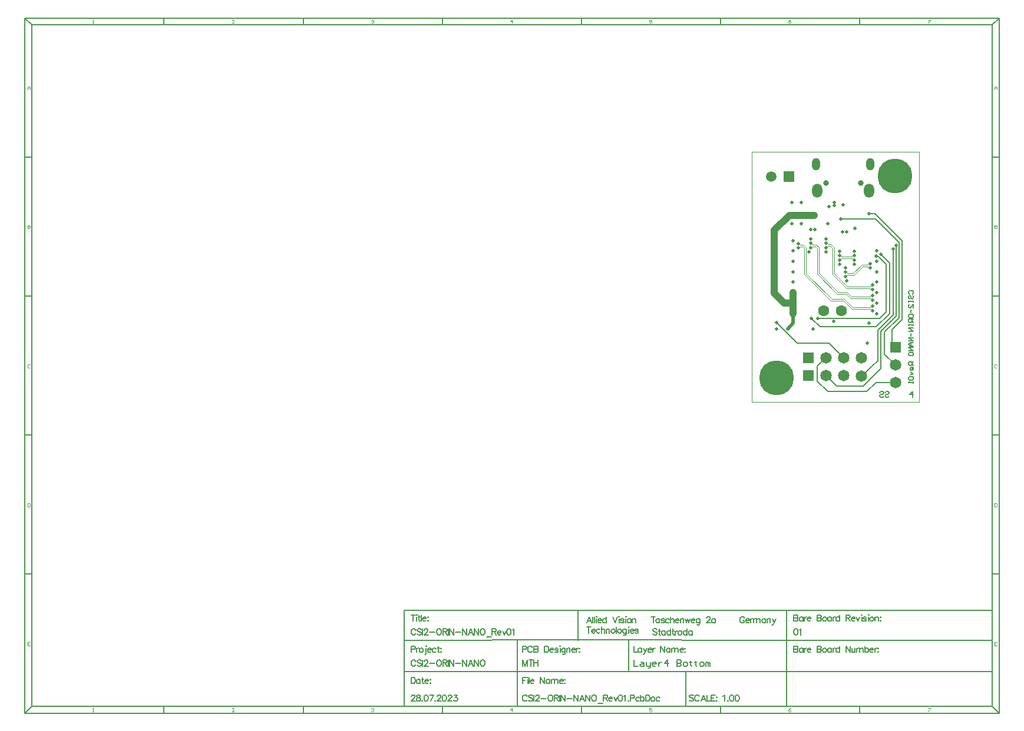
<source format=gbl>
G04*
G04 #@! TF.GenerationSoftware,Altium Limited,Altium Designer,23.7.1 (13)*
G04*
G04 Layer_Physical_Order=4*
G04 Layer_Color=65280*
%FSLAX43Y43*%
%MOMM*%
G71*
G04*
G04 #@! TF.SameCoordinates,B4B51515-0AC6-4D20-8248-00ACB9807E1E*
G04*
G04*
G04 #@! TF.FilePolarity,Positive*
G04*
G01*
G75*
%ADD10C,0.200*%
%ADD11C,0.127*%
%ADD12C,0.025*%
%ADD13C,0.050*%
%ADD41C,1.600*%
%ADD64C,0.800*%
%ADD70C,0.125*%
%ADD72C,0.500*%
%ADD73C,0.150*%
%ADD76R,1.650X1.650*%
%ADD77C,1.650*%
%ADD78O,1.150X1.800*%
%ADD79O,1.450X2.000*%
%ADD80C,5.000*%
%ADD81R,1.650X1.650*%
%ADD82C,1.500*%
%ADD83R,1.500X1.500*%
%ADD84C,0.500*%
%ADD85C,1.000*%
D10*
X3510Y11469D02*
X6463Y8515D01*
X11065D01*
X13180Y6400D01*
X15720Y3775D02*
X15730Y3785D01*
D11*
X-17000Y-37111D02*
Y-38000D01*
X-16408D01*
X-15963Y-37408D02*
X-15667D01*
X-15519Y-37556D01*
Y-38000D01*
X-15963D01*
X-16111Y-37852D01*
X-15963Y-37704D01*
X-15519D01*
X-15223Y-37408D02*
Y-37852D01*
X-15074Y-38000D01*
X-14630D01*
Y-38148D01*
X-14778Y-38296D01*
X-14926D01*
X-14630Y-38000D02*
Y-37408D01*
X-13889Y-38000D02*
X-14186D01*
X-14334Y-37852D01*
Y-37556D01*
X-14186Y-37408D01*
X-13889D01*
X-13741Y-37556D01*
Y-37704D01*
X-14334D01*
X-13445Y-37408D02*
Y-38000D01*
Y-37704D01*
X-13297Y-37556D01*
X-13149Y-37408D01*
X-13001D01*
X-12112Y-38000D02*
Y-37111D01*
X-12556Y-37556D01*
X-11964D01*
X-10779Y-37111D02*
Y-38000D01*
X-10335D01*
X-10187Y-37852D01*
Y-37704D01*
X-10335Y-37556D01*
X-10779D01*
X-10335D01*
X-10187Y-37408D01*
Y-37259D01*
X-10335Y-37111D01*
X-10779D01*
X-9742Y-38000D02*
X-9446D01*
X-9298Y-37852D01*
Y-37556D01*
X-9446Y-37408D01*
X-9742D01*
X-9890Y-37556D01*
Y-37852D01*
X-9742Y-38000D01*
X-8853Y-37259D02*
Y-37408D01*
X-9002D01*
X-8705D01*
X-8853D01*
Y-37852D01*
X-8705Y-38000D01*
X-8113Y-37259D02*
Y-37408D01*
X-8261D01*
X-7965D01*
X-8113D01*
Y-37852D01*
X-7965Y-38000D01*
X-7372D02*
X-7076D01*
X-6928Y-37852D01*
Y-37556D01*
X-7076Y-37408D01*
X-7372D01*
X-7520Y-37556D01*
Y-37852D01*
X-7372Y-38000D01*
X-6632D02*
Y-37408D01*
X-6484D01*
X-6335Y-37556D01*
Y-38000D01*
Y-37556D01*
X-6187Y-37408D01*
X-6039Y-37556D01*
Y-38000D01*
X35500Y-44750D02*
Y55250D01*
X-104500Y-44750D02*
X35500D01*
X-104500D02*
Y55250D01*
X35500D01*
X34500Y-43750D02*
X35500Y-44750D01*
X-9500Y-43750D02*
Y-38750D01*
X12250Y-43750D02*
X34500D01*
X5000D02*
Y-30000D01*
X-33500D02*
X20000D01*
X-49975Y-38725D02*
X-17750Y-38750D01*
X-50000Y-34250D02*
X-24975Y-34225D01*
X5000Y-30000D02*
X34500D01*
X-50000Y-43750D02*
X-33500D01*
X-50000D02*
Y-30000D01*
X-33500D01*
Y-43750D02*
X12250D01*
X-17750Y-38750D02*
X5000D01*
X-24975Y-34225D02*
X5000Y-34250D01*
X-17750Y-38750D02*
Y-34250D01*
X34500Y-43750D02*
X34500Y-30000D01*
X-33750Y-43750D02*
Y-34250D01*
X-25000Y-34250D02*
Y-30000D01*
X5000Y-38750D02*
X34500D01*
X5000Y-34250D02*
X34500D01*
X-103500Y-43750D02*
X-50000D01*
X-103500D02*
Y54250D01*
X34500D01*
Y-30000D02*
Y54250D01*
X-84500Y-44750D02*
Y-43750D01*
X-64500Y-44750D02*
Y-43750D01*
X-44500Y-44750D02*
Y-43750D01*
X-24500Y-44750D02*
Y-43750D01*
X-4500Y-44750D02*
Y-43750D01*
X15500Y-44750D02*
Y-43750D01*
X-104500Y-44750D02*
X-103500Y-43750D01*
X15500Y54250D02*
Y55250D01*
X-4500Y54250D02*
Y55250D01*
X-24500Y54250D02*
Y55250D01*
X-44500Y54250D02*
Y55250D01*
X-64500Y54250D02*
Y55250D01*
X-84500Y54250D02*
Y55250D01*
X-104500Y35250D02*
X-103500D01*
X-104500Y15250D02*
X-103500D01*
X-104500Y-4750D02*
X-103500D01*
X-104500Y-24750D02*
X-103500D01*
X34500Y54250D02*
X35500Y55250D01*
X-104500D02*
X-103500Y54250D01*
X34500Y-24750D02*
X35500D01*
X34500Y-4750D02*
X35500D01*
X34500Y15250D02*
X35500D01*
X34500Y35250D02*
X35500D01*
X-48365Y-37323D02*
X-48407Y-37238D01*
X-48492Y-37154D01*
X-48577Y-37111D01*
X-48746D01*
X-48831Y-37154D01*
X-48915Y-37238D01*
X-48958Y-37323D01*
X-49000Y-37450D01*
Y-37661D01*
X-48958Y-37788D01*
X-48915Y-37873D01*
X-48831Y-37958D01*
X-48746Y-38000D01*
X-48577D01*
X-48492Y-37958D01*
X-48407Y-37873D01*
X-48365Y-37788D01*
X-47523Y-37238D02*
X-47608Y-37154D01*
X-47735Y-37111D01*
X-47904D01*
X-48031Y-37154D01*
X-48115Y-37238D01*
Y-37323D01*
X-48073Y-37407D01*
X-48031Y-37450D01*
X-47946Y-37492D01*
X-47692Y-37577D01*
X-47608Y-37619D01*
X-47565Y-37661D01*
X-47523Y-37746D01*
Y-37873D01*
X-47608Y-37958D01*
X-47735Y-38000D01*
X-47904D01*
X-48031Y-37958D01*
X-48115Y-37873D01*
X-47324Y-37111D02*
Y-38000D01*
X-47095Y-37323D02*
Y-37280D01*
X-47053Y-37196D01*
X-47011Y-37154D01*
X-46926Y-37111D01*
X-46757D01*
X-46672Y-37154D01*
X-46630Y-37196D01*
X-46588Y-37280D01*
Y-37365D01*
X-46630Y-37450D01*
X-46714Y-37577D01*
X-47138Y-38000D01*
X-46545D01*
X-46346Y-37619D02*
X-45584D01*
X-45068Y-37111D02*
X-45153Y-37154D01*
X-45237Y-37238D01*
X-45280Y-37323D01*
X-45322Y-37450D01*
Y-37661D01*
X-45280Y-37788D01*
X-45237Y-37873D01*
X-45153Y-37958D01*
X-45068Y-38000D01*
X-44899D01*
X-44814Y-37958D01*
X-44729Y-37873D01*
X-44687Y-37788D01*
X-44645Y-37661D01*
Y-37450D01*
X-44687Y-37323D01*
X-44729Y-37238D01*
X-44814Y-37154D01*
X-44899Y-37111D01*
X-45068D01*
X-44437D02*
Y-38000D01*
Y-37111D02*
X-44057D01*
X-43930Y-37154D01*
X-43887Y-37196D01*
X-43845Y-37280D01*
Y-37365D01*
X-43887Y-37450D01*
X-43930Y-37492D01*
X-44057Y-37534D01*
X-44437D01*
X-44141D02*
X-43845Y-38000D01*
X-43646Y-37111D02*
Y-38000D01*
X-43460Y-37111D02*
Y-38000D01*
Y-37111D02*
X-42867Y-38000D01*
Y-37111D02*
Y-38000D01*
X-42622Y-37619D02*
X-41860D01*
X-41597Y-37111D02*
Y-38000D01*
Y-37111D02*
X-41005Y-38000D01*
Y-37111D02*
Y-38000D01*
X-40082D02*
X-40421Y-37111D01*
X-40759Y-38000D01*
X-40632Y-37704D02*
X-40209D01*
X-39875Y-37111D02*
Y-38000D01*
Y-37111D02*
X-39282Y-38000D01*
Y-37111D02*
Y-38000D01*
X-38783Y-37111D02*
X-38868Y-37154D01*
X-38952Y-37238D01*
X-38995Y-37323D01*
X-39037Y-37450D01*
Y-37661D01*
X-38995Y-37788D01*
X-38952Y-37873D01*
X-38868Y-37958D01*
X-38783Y-38000D01*
X-38614D01*
X-38529Y-37958D01*
X-38444Y-37873D01*
X-38402Y-37788D01*
X-38360Y-37661D01*
Y-37450D01*
X-38402Y-37323D01*
X-38444Y-37238D01*
X-38529Y-37154D01*
X-38614Y-37111D01*
X-38783D01*
X-49000Y-35577D02*
X-48619D01*
X-48492Y-35534D01*
X-48450Y-35492D01*
X-48407Y-35407D01*
Y-35280D01*
X-48450Y-35196D01*
X-48492Y-35154D01*
X-48619Y-35111D01*
X-49000D01*
Y-36000D01*
X-48209Y-35407D02*
Y-36000D01*
Y-35661D02*
X-48166Y-35534D01*
X-48082Y-35450D01*
X-47997Y-35407D01*
X-47870D01*
X-47578D02*
X-47663Y-35450D01*
X-47747Y-35534D01*
X-47790Y-35661D01*
Y-35746D01*
X-47747Y-35873D01*
X-47663Y-35958D01*
X-47578Y-36000D01*
X-47451D01*
X-47366Y-35958D01*
X-47282Y-35873D01*
X-47239Y-35746D01*
Y-35661D01*
X-47282Y-35534D01*
X-47366Y-35450D01*
X-47451Y-35407D01*
X-47578D01*
X-46875Y-35111D02*
X-46833Y-35154D01*
X-46791Y-35111D01*
X-46833Y-35069D01*
X-46875Y-35111D01*
X-46833Y-35407D02*
Y-36127D01*
X-46875Y-36254D01*
X-46960Y-36296D01*
X-47045D01*
X-46626Y-35661D02*
X-46118D01*
Y-35577D01*
X-46160Y-35492D01*
X-46202Y-35450D01*
X-46287Y-35407D01*
X-46414D01*
X-46499Y-35450D01*
X-46583Y-35534D01*
X-46626Y-35661D01*
Y-35746D01*
X-46583Y-35873D01*
X-46499Y-35958D01*
X-46414Y-36000D01*
X-46287D01*
X-46202Y-35958D01*
X-46118Y-35873D01*
X-45419Y-35534D02*
X-45504Y-35450D01*
X-45589Y-35407D01*
X-45716D01*
X-45800Y-35450D01*
X-45885Y-35534D01*
X-45927Y-35661D01*
Y-35746D01*
X-45885Y-35873D01*
X-45800Y-35958D01*
X-45716Y-36000D01*
X-45589D01*
X-45504Y-35958D01*
X-45419Y-35873D01*
X-45102Y-35111D02*
Y-35831D01*
X-45060Y-35958D01*
X-44975Y-36000D01*
X-44890D01*
X-45229Y-35407D02*
X-44933D01*
X-44721D02*
X-44763Y-35450D01*
X-44721Y-35492D01*
X-44679Y-35450D01*
X-44721Y-35407D01*
Y-35915D02*
X-44763Y-35958D01*
X-44721Y-36000D01*
X-44679Y-35958D01*
X-44721Y-35915D01*
X-17000Y-35111D02*
Y-36000D01*
X-16492D01*
X-15887Y-35407D02*
Y-36000D01*
Y-35534D02*
X-15972Y-35450D01*
X-16056Y-35407D01*
X-16183D01*
X-16268Y-35450D01*
X-16352Y-35534D01*
X-16395Y-35661D01*
Y-35746D01*
X-16352Y-35873D01*
X-16268Y-35958D01*
X-16183Y-36000D01*
X-16056D01*
X-15972Y-35958D01*
X-15887Y-35873D01*
X-15608Y-35407D02*
X-15354Y-36000D01*
X-15100Y-35407D02*
X-15354Y-36000D01*
X-15438Y-36169D01*
X-15523Y-36254D01*
X-15608Y-36296D01*
X-15650D01*
X-14952Y-35661D02*
X-14444D01*
Y-35577D01*
X-14486Y-35492D01*
X-14528Y-35450D01*
X-14613Y-35407D01*
X-14740D01*
X-14825Y-35450D01*
X-14909Y-35534D01*
X-14952Y-35661D01*
Y-35746D01*
X-14909Y-35873D01*
X-14825Y-35958D01*
X-14740Y-36000D01*
X-14613D01*
X-14528Y-35958D01*
X-14444Y-35873D01*
X-14253Y-35407D02*
Y-36000D01*
Y-35661D02*
X-14211Y-35534D01*
X-14126Y-35450D01*
X-14042Y-35407D01*
X-13915D01*
X-13136Y-35111D02*
Y-36000D01*
Y-35111D02*
X-12543Y-36000D01*
Y-35111D02*
Y-36000D01*
X-11790Y-35407D02*
Y-36000D01*
Y-35534D02*
X-11875Y-35450D01*
X-11959Y-35407D01*
X-12086D01*
X-12171Y-35450D01*
X-12255Y-35534D01*
X-12298Y-35661D01*
Y-35746D01*
X-12255Y-35873D01*
X-12171Y-35958D01*
X-12086Y-36000D01*
X-11959D01*
X-11875Y-35958D01*
X-11790Y-35873D01*
X-11553Y-35407D02*
Y-36000D01*
Y-35577D02*
X-11426Y-35450D01*
X-11341Y-35407D01*
X-11214D01*
X-11130Y-35450D01*
X-11087Y-35577D01*
Y-36000D01*
Y-35577D02*
X-10960Y-35450D01*
X-10876Y-35407D01*
X-10749D01*
X-10664Y-35450D01*
X-10622Y-35577D01*
Y-36000D01*
X-10342Y-35661D02*
X-9835D01*
Y-35577D01*
X-9877Y-35492D01*
X-9919Y-35450D01*
X-10004Y-35407D01*
X-10131D01*
X-10215Y-35450D01*
X-10300Y-35534D01*
X-10342Y-35661D01*
Y-35746D01*
X-10300Y-35873D01*
X-10215Y-35958D01*
X-10131Y-36000D01*
X-10004D01*
X-9919Y-35958D01*
X-9835Y-35873D01*
X-9602Y-35407D02*
X-9644Y-35450D01*
X-9602Y-35492D01*
X-9559Y-35450D01*
X-9602Y-35407D01*
Y-35915D02*
X-9644Y-35958D01*
X-9602Y-36000D01*
X-9559Y-35958D01*
X-9602Y-35915D01*
X-8407Y-42238D02*
X-8492Y-42154D01*
X-8619Y-42111D01*
X-8788D01*
X-8915Y-42154D01*
X-9000Y-42238D01*
Y-42323D01*
X-8958Y-42407D01*
X-8915Y-42450D01*
X-8831Y-42492D01*
X-8577Y-42577D01*
X-8492Y-42619D01*
X-8450Y-42661D01*
X-8407Y-42746D01*
Y-42873D01*
X-8492Y-42958D01*
X-8619Y-43000D01*
X-8788D01*
X-8915Y-42958D01*
X-9000Y-42873D01*
X-7574Y-42323D02*
X-7616Y-42238D01*
X-7701Y-42154D01*
X-7785Y-42111D01*
X-7955D01*
X-8039Y-42154D01*
X-8124Y-42238D01*
X-8166Y-42323D01*
X-8209Y-42450D01*
Y-42661D01*
X-8166Y-42788D01*
X-8124Y-42873D01*
X-8039Y-42958D01*
X-7955Y-43000D01*
X-7785D01*
X-7701Y-42958D01*
X-7616Y-42873D01*
X-7574Y-42788D01*
X-6647Y-43000D02*
X-6985Y-42111D01*
X-7324Y-43000D01*
X-7197Y-42704D02*
X-6774D01*
X-6439Y-42111D02*
Y-43000D01*
X-5931D01*
X-5284Y-42111D02*
X-5834D01*
Y-43000D01*
X-5284D01*
X-5834Y-42534D02*
X-5496D01*
X-5093Y-42407D02*
X-5136Y-42450D01*
X-5093Y-42492D01*
X-5051Y-42450D01*
X-5093Y-42407D01*
Y-42915D02*
X-5136Y-42958D01*
X-5093Y-43000D01*
X-5051Y-42958D01*
X-5093Y-42915D01*
X-4158Y-42280D02*
X-4073Y-42238D01*
X-3946Y-42111D01*
Y-43000D01*
X-3464Y-42915D02*
X-3506Y-42958D01*
X-3464Y-43000D01*
X-3422Y-42958D01*
X-3464Y-42915D01*
X-2973Y-42111D02*
X-3100Y-42154D01*
X-3185Y-42280D01*
X-3227Y-42492D01*
Y-42619D01*
X-3185Y-42831D01*
X-3100Y-42958D01*
X-2973Y-43000D01*
X-2888D01*
X-2761Y-42958D01*
X-2677Y-42831D01*
X-2634Y-42619D01*
Y-42492D01*
X-2677Y-42280D01*
X-2761Y-42154D01*
X-2888Y-42111D01*
X-2973D01*
X-2182D02*
X-2309Y-42154D01*
X-2393Y-42280D01*
X-2436Y-42492D01*
Y-42619D01*
X-2393Y-42831D01*
X-2309Y-42958D01*
X-2182Y-43000D01*
X-2097D01*
X-1970Y-42958D01*
X-1885Y-42831D01*
X-1843Y-42619D01*
Y-42492D01*
X-1885Y-42280D01*
X-1970Y-42154D01*
X-2097Y-42111D01*
X-2182D01*
X-1115Y-31073D02*
X-1157Y-30988D01*
X-1242Y-30904D01*
X-1327Y-30861D01*
X-1496D01*
X-1581Y-30904D01*
X-1665Y-30988D01*
X-1708Y-31073D01*
X-1750Y-31200D01*
Y-31411D01*
X-1708Y-31538D01*
X-1665Y-31623D01*
X-1581Y-31708D01*
X-1496Y-31750D01*
X-1327D01*
X-1242Y-31708D01*
X-1157Y-31623D01*
X-1115Y-31538D01*
Y-31411D01*
X-1327D02*
X-1115D01*
X-912D02*
X-404D01*
Y-31327D01*
X-446Y-31242D01*
X-489Y-31200D01*
X-573Y-31157D01*
X-700D01*
X-785Y-31200D01*
X-870Y-31284D01*
X-912Y-31411D01*
Y-31496D01*
X-870Y-31623D01*
X-785Y-31708D01*
X-700Y-31750D01*
X-573D01*
X-489Y-31708D01*
X-404Y-31623D01*
X-214Y-31157D02*
Y-31750D01*
Y-31411D02*
X-171Y-31284D01*
X-87Y-31200D01*
X-2Y-31157D01*
X125D01*
X205D02*
Y-31750D01*
Y-31327D02*
X332Y-31200D01*
X417Y-31157D01*
X544D01*
X629Y-31200D01*
X671Y-31327D01*
Y-31750D01*
Y-31327D02*
X798Y-31200D01*
X883Y-31157D01*
X1010D01*
X1094Y-31200D01*
X1137Y-31327D01*
Y-31750D01*
X1924Y-31157D02*
Y-31750D01*
Y-31284D02*
X1839Y-31200D01*
X1754Y-31157D01*
X1627D01*
X1543Y-31200D01*
X1458Y-31284D01*
X1416Y-31411D01*
Y-31496D01*
X1458Y-31623D01*
X1543Y-31708D01*
X1627Y-31750D01*
X1754D01*
X1839Y-31708D01*
X1924Y-31623D01*
X2161Y-31157D02*
Y-31750D01*
Y-31327D02*
X2288Y-31200D01*
X2372Y-31157D01*
X2499D01*
X2584Y-31200D01*
X2626Y-31327D01*
Y-31750D01*
X2901Y-31157D02*
X3155Y-31750D01*
X3409Y-31157D02*
X3155Y-31750D01*
X3071Y-31919D01*
X2986Y-32004D01*
X2901Y-32046D01*
X2859D01*
X-13657Y-32738D02*
X-13742Y-32654D01*
X-13869Y-32611D01*
X-14038D01*
X-14165Y-32654D01*
X-14250Y-32738D01*
Y-32823D01*
X-14208Y-32907D01*
X-14165Y-32950D01*
X-14081Y-32992D01*
X-13827Y-33077D01*
X-13742Y-33119D01*
X-13700Y-33161D01*
X-13657Y-33246D01*
Y-33373D01*
X-13742Y-33458D01*
X-13869Y-33500D01*
X-14038D01*
X-14165Y-33458D01*
X-14250Y-33373D01*
X-13332Y-32611D02*
Y-33331D01*
X-13289Y-33458D01*
X-13205Y-33500D01*
X-13120D01*
X-13459Y-32907D02*
X-13162D01*
X-12485D02*
Y-33500D01*
Y-33034D02*
X-12570Y-32950D01*
X-12654Y-32907D01*
X-12781D01*
X-12866Y-32950D01*
X-12951Y-33034D01*
X-12993Y-33161D01*
Y-33246D01*
X-12951Y-33373D01*
X-12866Y-33458D01*
X-12781Y-33500D01*
X-12654D01*
X-12570Y-33458D01*
X-12485Y-33373D01*
X-11740Y-32611D02*
Y-33500D01*
Y-33034D02*
X-11825Y-32950D01*
X-11909Y-32907D01*
X-12036D01*
X-12121Y-32950D01*
X-12206Y-33034D01*
X-12248Y-33161D01*
Y-33246D01*
X-12206Y-33373D01*
X-12121Y-33458D01*
X-12036Y-33500D01*
X-11909D01*
X-11825Y-33458D01*
X-11740Y-33373D01*
X-11376Y-32611D02*
Y-33331D01*
X-11334Y-33458D01*
X-11249Y-33500D01*
X-11165D01*
X-11503Y-32907D02*
X-11207D01*
X-11038D02*
Y-33500D01*
Y-33161D02*
X-10995Y-33034D01*
X-10911Y-32950D01*
X-10826Y-32907D01*
X-10699D01*
X-10407D02*
X-10492Y-32950D01*
X-10576Y-33034D01*
X-10619Y-33161D01*
Y-33246D01*
X-10576Y-33373D01*
X-10492Y-33458D01*
X-10407Y-33500D01*
X-10280D01*
X-10195Y-33458D01*
X-10111Y-33373D01*
X-10068Y-33246D01*
Y-33161D01*
X-10111Y-33034D01*
X-10195Y-32950D01*
X-10280Y-32907D01*
X-10407D01*
X-9366Y-32611D02*
Y-33500D01*
Y-33034D02*
X-9450Y-32950D01*
X-9535Y-32907D01*
X-9662D01*
X-9747Y-32950D01*
X-9831Y-33034D01*
X-9874Y-33161D01*
Y-33246D01*
X-9831Y-33373D01*
X-9747Y-33458D01*
X-9662Y-33500D01*
X-9535D01*
X-9450Y-33458D01*
X-9366Y-33373D01*
X-8621Y-32907D02*
Y-33500D01*
Y-33034D02*
X-8706Y-32950D01*
X-8790Y-32907D01*
X-8917D01*
X-9002Y-32950D01*
X-9086Y-33034D01*
X-9129Y-33161D01*
Y-33246D01*
X-9086Y-33373D01*
X-9002Y-33458D01*
X-8917Y-33500D01*
X-8790D01*
X-8706Y-33458D01*
X-8621Y-33373D01*
X-14204Y-30861D02*
Y-31750D01*
X-14500Y-30861D02*
X-13907D01*
X-13294Y-31157D02*
Y-31750D01*
Y-31284D02*
X-13378Y-31200D01*
X-13463Y-31157D01*
X-13590D01*
X-13675Y-31200D01*
X-13759Y-31284D01*
X-13802Y-31411D01*
Y-31496D01*
X-13759Y-31623D01*
X-13675Y-31708D01*
X-13590Y-31750D01*
X-13463D01*
X-13378Y-31708D01*
X-13294Y-31623D01*
X-12591Y-31284D02*
X-12634Y-31200D01*
X-12760Y-31157D01*
X-12887D01*
X-13014Y-31200D01*
X-13057Y-31284D01*
X-13014Y-31369D01*
X-12930Y-31411D01*
X-12718Y-31454D01*
X-12634Y-31496D01*
X-12591Y-31581D01*
Y-31623D01*
X-12634Y-31708D01*
X-12760Y-31750D01*
X-12887D01*
X-13014Y-31708D01*
X-13057Y-31623D01*
X-11897Y-31284D02*
X-11982Y-31200D01*
X-12066Y-31157D01*
X-12193D01*
X-12278Y-31200D01*
X-12363Y-31284D01*
X-12405Y-31411D01*
Y-31496D01*
X-12363Y-31623D01*
X-12278Y-31708D01*
X-12193Y-31750D01*
X-12066D01*
X-11982Y-31708D01*
X-11897Y-31623D01*
X-11707Y-30861D02*
Y-31750D01*
Y-31327D02*
X-11580Y-31200D01*
X-11495Y-31157D01*
X-11368D01*
X-11283Y-31200D01*
X-11241Y-31327D01*
Y-31750D01*
X-11008Y-31411D02*
X-10500D01*
Y-31327D01*
X-10543Y-31242D01*
X-10585Y-31200D01*
X-10670Y-31157D01*
X-10797D01*
X-10881Y-31200D01*
X-10966Y-31284D01*
X-11008Y-31411D01*
Y-31496D01*
X-10966Y-31623D01*
X-10881Y-31708D01*
X-10797Y-31750D01*
X-10670D01*
X-10585Y-31708D01*
X-10500Y-31623D01*
X-10310Y-31157D02*
Y-31750D01*
Y-31327D02*
X-10183Y-31200D01*
X-10098Y-31157D01*
X-9971D01*
X-9887Y-31200D01*
X-9844Y-31327D01*
Y-31750D01*
X-9612Y-31157D02*
X-9442Y-31750D01*
X-9273Y-31157D02*
X-9442Y-31750D01*
X-9273Y-31157D02*
X-9104Y-31750D01*
X-8934Y-31157D02*
X-9104Y-31750D01*
X-8727Y-31411D02*
X-8219D01*
Y-31327D01*
X-8261Y-31242D01*
X-8304Y-31200D01*
X-8388Y-31157D01*
X-8515D01*
X-8600Y-31200D01*
X-8685Y-31284D01*
X-8727Y-31411D01*
Y-31496D01*
X-8685Y-31623D01*
X-8600Y-31708D01*
X-8515Y-31750D01*
X-8388D01*
X-8304Y-31708D01*
X-8219Y-31623D01*
X-7521Y-31157D02*
Y-31835D01*
X-7563Y-31962D01*
X-7605Y-32004D01*
X-7690Y-32046D01*
X-7817D01*
X-7902Y-32004D01*
X-7521Y-31284D02*
X-7605Y-31200D01*
X-7690Y-31157D01*
X-7817D01*
X-7902Y-31200D01*
X-7986Y-31284D01*
X-8029Y-31411D01*
Y-31496D01*
X-7986Y-31623D01*
X-7902Y-31708D01*
X-7817Y-31750D01*
X-7690D01*
X-7605Y-31708D01*
X-7521Y-31623D01*
X-6543Y-31073D02*
Y-31030D01*
X-6501Y-30946D01*
X-6458Y-30904D01*
X-6374Y-30861D01*
X-6204D01*
X-6120Y-30904D01*
X-6077Y-30946D01*
X-6035Y-31030D01*
Y-31115D01*
X-6077Y-31200D01*
X-6162Y-31327D01*
X-6585Y-31750D01*
X-5993D01*
X-5286Y-31157D02*
Y-31750D01*
Y-31284D02*
X-5371Y-31200D01*
X-5455Y-31157D01*
X-5582D01*
X-5667Y-31200D01*
X-5752Y-31284D01*
X-5794Y-31411D01*
Y-31496D01*
X-5752Y-31623D01*
X-5667Y-31708D01*
X-5582Y-31750D01*
X-5455D01*
X-5371Y-31708D01*
X-5286Y-31623D01*
X-23073Y-31750D02*
X-23411Y-30861D01*
X-23750Y-31750D01*
X-23623Y-31454D02*
X-23200D01*
X-22865Y-30861D02*
Y-31750D01*
X-22679Y-30861D02*
Y-31750D01*
X-22408Y-30861D02*
X-22366Y-30904D01*
X-22324Y-30861D01*
X-22366Y-30819D01*
X-22408Y-30861D01*
X-22366Y-31157D02*
Y-31750D01*
X-22167Y-31411D02*
X-21659D01*
Y-31327D01*
X-21701Y-31242D01*
X-21744Y-31200D01*
X-21828Y-31157D01*
X-21955D01*
X-22040Y-31200D01*
X-22125Y-31284D01*
X-22167Y-31411D01*
Y-31496D01*
X-22125Y-31623D01*
X-22040Y-31708D01*
X-21955Y-31750D01*
X-21828D01*
X-21744Y-31708D01*
X-21659Y-31623D01*
X-20961Y-30861D02*
Y-31750D01*
Y-31284D02*
X-21045Y-31200D01*
X-21130Y-31157D01*
X-21257D01*
X-21342Y-31200D01*
X-21426Y-31284D01*
X-21469Y-31411D01*
Y-31496D01*
X-21426Y-31623D01*
X-21342Y-31708D01*
X-21257Y-31750D01*
X-21130D01*
X-21045Y-31708D01*
X-20961Y-31623D01*
X-20025Y-30861D02*
X-19687Y-31750D01*
X-19348Y-30861D02*
X-19687Y-31750D01*
X-19149Y-30861D02*
X-19107Y-30904D01*
X-19065Y-30861D01*
X-19107Y-30819D01*
X-19149Y-30861D01*
X-19107Y-31157D02*
Y-31750D01*
X-18443Y-31284D02*
X-18485Y-31200D01*
X-18612Y-31157D01*
X-18739D01*
X-18866Y-31200D01*
X-18908Y-31284D01*
X-18866Y-31369D01*
X-18781Y-31411D01*
X-18570Y-31454D01*
X-18485Y-31496D01*
X-18443Y-31581D01*
Y-31623D01*
X-18485Y-31708D01*
X-18612Y-31750D01*
X-18739D01*
X-18866Y-31708D01*
X-18908Y-31623D01*
X-18172Y-30861D02*
X-18129Y-30904D01*
X-18087Y-30861D01*
X-18129Y-30819D01*
X-18172Y-30861D01*
X-18129Y-31157D02*
Y-31750D01*
X-17719Y-31157D02*
X-17803Y-31200D01*
X-17888Y-31284D01*
X-17930Y-31411D01*
Y-31496D01*
X-17888Y-31623D01*
X-17803Y-31708D01*
X-17719Y-31750D01*
X-17592D01*
X-17507Y-31708D01*
X-17423Y-31623D01*
X-17380Y-31496D01*
Y-31411D01*
X-17423Y-31284D01*
X-17507Y-31200D01*
X-17592Y-31157D01*
X-17719D01*
X-17185D02*
Y-31750D01*
Y-31327D02*
X-17059Y-31200D01*
X-16974Y-31157D01*
X-16847D01*
X-16762Y-31200D01*
X-16720Y-31327D01*
Y-31750D01*
X-48958Y-42323D02*
Y-42280D01*
X-48915Y-42196D01*
X-48873Y-42154D01*
X-48788Y-42111D01*
X-48619D01*
X-48534Y-42154D01*
X-48492Y-42196D01*
X-48450Y-42280D01*
Y-42365D01*
X-48492Y-42450D01*
X-48577Y-42577D01*
X-49000Y-43000D01*
X-48407D01*
X-47997Y-42111D02*
X-48124Y-42154D01*
X-48166Y-42238D01*
Y-42323D01*
X-48124Y-42407D01*
X-48039Y-42450D01*
X-47870Y-42492D01*
X-47743Y-42534D01*
X-47658Y-42619D01*
X-47616Y-42704D01*
Y-42831D01*
X-47658Y-42915D01*
X-47701Y-42958D01*
X-47828Y-43000D01*
X-47997D01*
X-48124Y-42958D01*
X-48166Y-42915D01*
X-48209Y-42831D01*
Y-42704D01*
X-48166Y-42619D01*
X-48082Y-42534D01*
X-47955Y-42492D01*
X-47785Y-42450D01*
X-47701Y-42407D01*
X-47658Y-42323D01*
Y-42238D01*
X-47701Y-42154D01*
X-47828Y-42111D01*
X-47997D01*
X-47375Y-42915D02*
X-47417Y-42958D01*
X-47375Y-43000D01*
X-47332Y-42958D01*
X-47375Y-42915D01*
X-46884Y-42111D02*
X-47011Y-42154D01*
X-47095Y-42280D01*
X-47138Y-42492D01*
Y-42619D01*
X-47095Y-42831D01*
X-47011Y-42958D01*
X-46884Y-43000D01*
X-46799D01*
X-46672Y-42958D01*
X-46588Y-42831D01*
X-46545Y-42619D01*
Y-42492D01*
X-46588Y-42280D01*
X-46672Y-42154D01*
X-46799Y-42111D01*
X-46884D01*
X-45754D02*
X-46177Y-43000D01*
X-46346Y-42111D02*
X-45754D01*
X-45512Y-42915D02*
X-45555Y-42958D01*
X-45512Y-43000D01*
X-45470Y-42958D01*
X-45512Y-42915D01*
X-45233Y-42323D02*
Y-42280D01*
X-45191Y-42196D01*
X-45148Y-42154D01*
X-45064Y-42111D01*
X-44895D01*
X-44810Y-42154D01*
X-44768Y-42196D01*
X-44725Y-42280D01*
Y-42365D01*
X-44768Y-42450D01*
X-44852Y-42577D01*
X-45275Y-43000D01*
X-44683D01*
X-44230Y-42111D02*
X-44357Y-42154D01*
X-44442Y-42280D01*
X-44484Y-42492D01*
Y-42619D01*
X-44442Y-42831D01*
X-44357Y-42958D01*
X-44230Y-43000D01*
X-44145D01*
X-44018Y-42958D01*
X-43934Y-42831D01*
X-43891Y-42619D01*
Y-42492D01*
X-43934Y-42280D01*
X-44018Y-42154D01*
X-44145Y-42111D01*
X-44230D01*
X-43650Y-42323D02*
Y-42280D01*
X-43608Y-42196D01*
X-43566Y-42154D01*
X-43481Y-42111D01*
X-43312D01*
X-43227Y-42154D01*
X-43185Y-42196D01*
X-43142Y-42280D01*
Y-42365D01*
X-43185Y-42450D01*
X-43269Y-42577D01*
X-43693Y-43000D01*
X-43100D01*
X-42816Y-42111D02*
X-42351D01*
X-42605Y-42450D01*
X-42478D01*
X-42393Y-42492D01*
X-42351Y-42534D01*
X-42309Y-42661D01*
Y-42746D01*
X-42351Y-42873D01*
X-42436Y-42958D01*
X-42562Y-43000D01*
X-42689D01*
X-42816Y-42958D01*
X-42859Y-42915D01*
X-42901Y-42831D01*
X-49000Y-39611D02*
Y-40500D01*
Y-39611D02*
X-48704D01*
X-48577Y-39654D01*
X-48492Y-39738D01*
X-48450Y-39823D01*
X-48407Y-39950D01*
Y-40161D01*
X-48450Y-40288D01*
X-48492Y-40373D01*
X-48577Y-40458D01*
X-48704Y-40500D01*
X-49000D01*
X-47701Y-39907D02*
Y-40500D01*
Y-40034D02*
X-47785Y-39950D01*
X-47870Y-39907D01*
X-47997D01*
X-48082Y-39950D01*
X-48166Y-40034D01*
X-48209Y-40161D01*
Y-40246D01*
X-48166Y-40373D01*
X-48082Y-40458D01*
X-47997Y-40500D01*
X-47870D01*
X-47785Y-40458D01*
X-47701Y-40373D01*
X-47337Y-39611D02*
Y-40331D01*
X-47294Y-40458D01*
X-47210Y-40500D01*
X-47125D01*
X-47464Y-39907D02*
X-47167D01*
X-46998Y-40161D02*
X-46490D01*
Y-40077D01*
X-46533Y-39992D01*
X-46575Y-39950D01*
X-46659Y-39907D01*
X-46786D01*
X-46871Y-39950D01*
X-46956Y-40034D01*
X-46998Y-40161D01*
Y-40246D01*
X-46956Y-40373D01*
X-46871Y-40458D01*
X-46786Y-40500D01*
X-46659D01*
X-46575Y-40458D01*
X-46490Y-40373D01*
X-46257Y-39907D02*
X-46300Y-39950D01*
X-46257Y-39992D01*
X-46215Y-39950D01*
X-46257Y-39907D01*
Y-40415D02*
X-46300Y-40458D01*
X-46257Y-40500D01*
X-46215Y-40458D01*
X-46257Y-40415D01*
X-32365Y-42323D02*
X-32407Y-42238D01*
X-32492Y-42154D01*
X-32577Y-42111D01*
X-32746D01*
X-32831Y-42154D01*
X-32915Y-42238D01*
X-32958Y-42323D01*
X-33000Y-42450D01*
Y-42661D01*
X-32958Y-42788D01*
X-32915Y-42873D01*
X-32831Y-42958D01*
X-32746Y-43000D01*
X-32577D01*
X-32492Y-42958D01*
X-32407Y-42873D01*
X-32365Y-42788D01*
X-31523Y-42238D02*
X-31608Y-42154D01*
X-31735Y-42111D01*
X-31904D01*
X-32031Y-42154D01*
X-32115Y-42238D01*
Y-42323D01*
X-32073Y-42407D01*
X-32031Y-42450D01*
X-31946Y-42492D01*
X-31692Y-42577D01*
X-31608Y-42619D01*
X-31565Y-42661D01*
X-31523Y-42746D01*
Y-42873D01*
X-31608Y-42958D01*
X-31735Y-43000D01*
X-31904D01*
X-32031Y-42958D01*
X-32115Y-42873D01*
X-31324Y-42111D02*
Y-43000D01*
X-31095Y-42323D02*
Y-42280D01*
X-31053Y-42196D01*
X-31011Y-42154D01*
X-30926Y-42111D01*
X-30757D01*
X-30672Y-42154D01*
X-30630Y-42196D01*
X-30588Y-42280D01*
Y-42365D01*
X-30630Y-42450D01*
X-30714Y-42577D01*
X-31138Y-43000D01*
X-30545D01*
X-30346Y-42619D02*
X-29584D01*
X-29068Y-42111D02*
X-29153Y-42154D01*
X-29237Y-42238D01*
X-29280Y-42323D01*
X-29322Y-42450D01*
Y-42661D01*
X-29280Y-42788D01*
X-29237Y-42873D01*
X-29153Y-42958D01*
X-29068Y-43000D01*
X-28899D01*
X-28814Y-42958D01*
X-28729Y-42873D01*
X-28687Y-42788D01*
X-28645Y-42661D01*
Y-42450D01*
X-28687Y-42323D01*
X-28729Y-42238D01*
X-28814Y-42154D01*
X-28899Y-42111D01*
X-29068D01*
X-28437D02*
Y-43000D01*
Y-42111D02*
X-28057D01*
X-27930Y-42154D01*
X-27887Y-42196D01*
X-27845Y-42280D01*
Y-42365D01*
X-27887Y-42450D01*
X-27930Y-42492D01*
X-28057Y-42534D01*
X-28437D01*
X-28141D02*
X-27845Y-43000D01*
X-27646Y-42111D02*
Y-43000D01*
X-27460Y-42111D02*
Y-43000D01*
Y-42111D02*
X-26867Y-43000D01*
Y-42111D02*
Y-43000D01*
X-26622Y-42619D02*
X-25860D01*
X-25597Y-42111D02*
Y-43000D01*
Y-42111D02*
X-25005Y-43000D01*
Y-42111D02*
Y-43000D01*
X-24082D02*
X-24421Y-42111D01*
X-24759Y-43000D01*
X-24632Y-42704D02*
X-24209D01*
X-23875Y-42111D02*
Y-43000D01*
Y-42111D02*
X-23282Y-43000D01*
Y-42111D02*
Y-43000D01*
X-22783Y-42111D02*
X-22868Y-42154D01*
X-22952Y-42238D01*
X-22995Y-42323D01*
X-23037Y-42450D01*
Y-42661D01*
X-22995Y-42788D01*
X-22952Y-42873D01*
X-22868Y-42958D01*
X-22783Y-43000D01*
X-22614D01*
X-22529Y-42958D01*
X-22444Y-42873D01*
X-22402Y-42788D01*
X-22360Y-42661D01*
Y-42450D01*
X-22402Y-42323D01*
X-22444Y-42238D01*
X-22529Y-42154D01*
X-22614Y-42111D01*
X-22783D01*
X-22152Y-43296D02*
X-21475D01*
X-21361Y-42111D02*
Y-43000D01*
Y-42111D02*
X-20980D01*
X-20853Y-42154D01*
X-20811Y-42196D01*
X-20768Y-42280D01*
Y-42365D01*
X-20811Y-42450D01*
X-20853Y-42492D01*
X-20980Y-42534D01*
X-21361D01*
X-21065D02*
X-20768Y-43000D01*
X-20569Y-42661D02*
X-20061D01*
Y-42577D01*
X-20104Y-42492D01*
X-20146Y-42450D01*
X-20231Y-42407D01*
X-20358D01*
X-20442Y-42450D01*
X-20527Y-42534D01*
X-20569Y-42661D01*
Y-42746D01*
X-20527Y-42873D01*
X-20442Y-42958D01*
X-20358Y-43000D01*
X-20231D01*
X-20146Y-42958D01*
X-20061Y-42873D01*
X-19871Y-42407D02*
X-19617Y-43000D01*
X-19363Y-42407D02*
X-19617Y-43000D01*
X-18965Y-42111D02*
X-19092Y-42154D01*
X-19177Y-42280D01*
X-19219Y-42492D01*
Y-42619D01*
X-19177Y-42831D01*
X-19092Y-42958D01*
X-18965Y-43000D01*
X-18881D01*
X-18754Y-42958D01*
X-18669Y-42831D01*
X-18627Y-42619D01*
Y-42492D01*
X-18669Y-42280D01*
X-18754Y-42154D01*
X-18881Y-42111D01*
X-18965D01*
X-18428Y-42280D02*
X-18343Y-42238D01*
X-18216Y-42111D01*
Y-43000D01*
X-17734Y-42915D02*
X-17776Y-42958D01*
X-17734Y-43000D01*
X-17691Y-42958D01*
X-17734Y-42915D01*
X-17497Y-42577D02*
X-17116D01*
X-16989Y-42534D01*
X-16946Y-42492D01*
X-16904Y-42407D01*
Y-42280D01*
X-16946Y-42196D01*
X-16989Y-42154D01*
X-17116Y-42111D01*
X-17497D01*
Y-43000D01*
X-16197Y-42534D02*
X-16282Y-42450D01*
X-16367Y-42407D01*
X-16494D01*
X-16578Y-42450D01*
X-16663Y-42534D01*
X-16705Y-42661D01*
Y-42746D01*
X-16663Y-42873D01*
X-16578Y-42958D01*
X-16494Y-43000D01*
X-16367D01*
X-16282Y-42958D01*
X-16197Y-42873D01*
X-16007Y-42111D02*
Y-43000D01*
Y-42534D02*
X-15922Y-42450D01*
X-15838Y-42407D01*
X-15711D01*
X-15626Y-42450D01*
X-15541Y-42534D01*
X-15499Y-42661D01*
Y-42746D01*
X-15541Y-42873D01*
X-15626Y-42958D01*
X-15711Y-43000D01*
X-15838D01*
X-15922Y-42958D01*
X-16007Y-42873D01*
X-15308Y-42111D02*
Y-43000D01*
Y-42111D02*
X-15012D01*
X-14885Y-42154D01*
X-14801Y-42238D01*
X-14758Y-42323D01*
X-14716Y-42450D01*
Y-42661D01*
X-14758Y-42788D01*
X-14801Y-42873D01*
X-14885Y-42958D01*
X-15012Y-43000D01*
X-15308D01*
X-14305Y-42407D02*
X-14390Y-42450D01*
X-14475Y-42534D01*
X-14517Y-42661D01*
Y-42746D01*
X-14475Y-42873D01*
X-14390Y-42958D01*
X-14305Y-43000D01*
X-14178D01*
X-14094Y-42958D01*
X-14009Y-42873D01*
X-13967Y-42746D01*
Y-42661D01*
X-14009Y-42534D01*
X-14094Y-42450D01*
X-14178Y-42407D01*
X-14305D01*
X-13264Y-42534D02*
X-13349Y-42450D01*
X-13433Y-42407D01*
X-13560D01*
X-13645Y-42450D01*
X-13730Y-42534D01*
X-13772Y-42661D01*
Y-42746D01*
X-13730Y-42873D01*
X-13645Y-42958D01*
X-13560Y-43000D01*
X-13433D01*
X-13349Y-42958D01*
X-13264Y-42873D01*
X-48704Y-30611D02*
Y-31500D01*
X-49000Y-30611D02*
X-48407D01*
X-48217D02*
X-48175Y-30654D01*
X-48132Y-30611D01*
X-48175Y-30569D01*
X-48217Y-30611D01*
X-48175Y-30907D02*
Y-31500D01*
X-47849Y-30611D02*
Y-31331D01*
X-47806Y-31458D01*
X-47722Y-31500D01*
X-47637D01*
X-47976Y-30907D02*
X-47679D01*
X-47510Y-30611D02*
Y-31500D01*
X-47324Y-31161D02*
X-46816D01*
Y-31077D01*
X-46858Y-30992D01*
X-46901Y-30950D01*
X-46985Y-30907D01*
X-47112D01*
X-47197Y-30950D01*
X-47282Y-31034D01*
X-47324Y-31161D01*
Y-31246D01*
X-47282Y-31373D01*
X-47197Y-31458D01*
X-47112Y-31500D01*
X-46985D01*
X-46901Y-31458D01*
X-46816Y-31373D01*
X-46583Y-30907D02*
X-46626Y-30950D01*
X-46583Y-30992D01*
X-46541Y-30950D01*
X-46583Y-30907D01*
Y-31415D02*
X-46626Y-31458D01*
X-46583Y-31500D01*
X-46541Y-31458D01*
X-46583Y-31415D01*
X-33000Y-35577D02*
X-32619D01*
X-32492Y-35534D01*
X-32450Y-35492D01*
X-32407Y-35407D01*
Y-35280D01*
X-32450Y-35196D01*
X-32492Y-35154D01*
X-32619Y-35111D01*
X-33000D01*
Y-36000D01*
X-31574Y-35323D02*
X-31616Y-35238D01*
X-31701Y-35154D01*
X-31785Y-35111D01*
X-31955D01*
X-32039Y-35154D01*
X-32124Y-35238D01*
X-32166Y-35323D01*
X-32209Y-35450D01*
Y-35661D01*
X-32166Y-35788D01*
X-32124Y-35873D01*
X-32039Y-35958D01*
X-31955Y-36000D01*
X-31785D01*
X-31701Y-35958D01*
X-31616Y-35873D01*
X-31574Y-35788D01*
X-31324Y-35111D02*
Y-36000D01*
Y-35111D02*
X-30943D01*
X-30816Y-35154D01*
X-30774Y-35196D01*
X-30731Y-35280D01*
Y-35365D01*
X-30774Y-35450D01*
X-30816Y-35492D01*
X-30943Y-35534D01*
X-31324D02*
X-30943D01*
X-30816Y-35577D01*
X-30774Y-35619D01*
X-30731Y-35704D01*
Y-35831D01*
X-30774Y-35915D01*
X-30816Y-35958D01*
X-30943Y-36000D01*
X-31324D01*
X-29834Y-35111D02*
Y-36000D01*
Y-35111D02*
X-29538D01*
X-29411Y-35154D01*
X-29326Y-35238D01*
X-29284Y-35323D01*
X-29242Y-35450D01*
Y-35661D01*
X-29284Y-35788D01*
X-29326Y-35873D01*
X-29411Y-35958D01*
X-29538Y-36000D01*
X-29834D01*
X-29043Y-35661D02*
X-28535D01*
Y-35577D01*
X-28577Y-35492D01*
X-28619Y-35450D01*
X-28704Y-35407D01*
X-28831D01*
X-28916Y-35450D01*
X-29000Y-35534D01*
X-29043Y-35661D01*
Y-35746D01*
X-29000Y-35873D01*
X-28916Y-35958D01*
X-28831Y-36000D01*
X-28704D01*
X-28619Y-35958D01*
X-28535Y-35873D01*
X-27879Y-35534D02*
X-27921Y-35450D01*
X-28048Y-35407D01*
X-28175D01*
X-28302Y-35450D01*
X-28344Y-35534D01*
X-28302Y-35619D01*
X-28217Y-35661D01*
X-28006Y-35704D01*
X-27921Y-35746D01*
X-27879Y-35831D01*
Y-35873D01*
X-27921Y-35958D01*
X-28048Y-36000D01*
X-28175D01*
X-28302Y-35958D01*
X-28344Y-35873D01*
X-27608Y-35111D02*
X-27566Y-35154D01*
X-27523Y-35111D01*
X-27566Y-35069D01*
X-27608Y-35111D01*
X-27566Y-35407D02*
Y-36000D01*
X-26859Y-35407D02*
Y-36085D01*
X-26901Y-36212D01*
X-26943Y-36254D01*
X-27028Y-36296D01*
X-27155D01*
X-27240Y-36254D01*
X-26859Y-35534D02*
X-26943Y-35450D01*
X-27028Y-35407D01*
X-27155D01*
X-27240Y-35450D01*
X-27324Y-35534D01*
X-27367Y-35661D01*
Y-35746D01*
X-27324Y-35873D01*
X-27240Y-35958D01*
X-27155Y-36000D01*
X-27028D01*
X-26943Y-35958D01*
X-26859Y-35873D01*
X-26622Y-35407D02*
Y-36000D01*
Y-35577D02*
X-26495Y-35450D01*
X-26410Y-35407D01*
X-26283D01*
X-26198Y-35450D01*
X-26156Y-35577D01*
Y-36000D01*
X-25923Y-35661D02*
X-25415D01*
Y-35577D01*
X-25458Y-35492D01*
X-25500Y-35450D01*
X-25585Y-35407D01*
X-25712D01*
X-25796Y-35450D01*
X-25881Y-35534D01*
X-25923Y-35661D01*
Y-35746D01*
X-25881Y-35873D01*
X-25796Y-35958D01*
X-25712Y-36000D01*
X-25585D01*
X-25500Y-35958D01*
X-25415Y-35873D01*
X-25225Y-35407D02*
Y-36000D01*
Y-35661D02*
X-25183Y-35534D01*
X-25098Y-35450D01*
X-25013Y-35407D01*
X-24886D01*
X-24764D02*
X-24806Y-35450D01*
X-24764Y-35492D01*
X-24721Y-35450D01*
X-24764Y-35407D01*
Y-35915D02*
X-24806Y-35958D01*
X-24764Y-36000D01*
X-24721Y-35958D01*
X-24764Y-35915D01*
X-33000Y-39611D02*
Y-40500D01*
Y-39611D02*
X-32450D01*
X-33000Y-40034D02*
X-32661D01*
X-32264Y-39611D02*
X-32221Y-39654D01*
X-32179Y-39611D01*
X-32221Y-39569D01*
X-32264Y-39611D01*
X-32221Y-39907D02*
Y-40500D01*
X-32022Y-39611D02*
Y-40500D01*
X-31836Y-40161D02*
X-31328D01*
Y-40077D01*
X-31371Y-39992D01*
X-31413Y-39950D01*
X-31497Y-39907D01*
X-31624D01*
X-31709Y-39950D01*
X-31794Y-40034D01*
X-31836Y-40161D01*
Y-40246D01*
X-31794Y-40373D01*
X-31709Y-40458D01*
X-31624Y-40500D01*
X-31497D01*
X-31413Y-40458D01*
X-31328Y-40373D01*
X-30439Y-39611D02*
Y-40500D01*
Y-39611D02*
X-29847Y-40500D01*
Y-39611D02*
Y-40500D01*
X-29093Y-39907D02*
Y-40500D01*
Y-40034D02*
X-29178Y-39950D01*
X-29263Y-39907D01*
X-29390D01*
X-29474Y-39950D01*
X-29559Y-40034D01*
X-29601Y-40161D01*
Y-40246D01*
X-29559Y-40373D01*
X-29474Y-40458D01*
X-29390Y-40500D01*
X-29263D01*
X-29178Y-40458D01*
X-29093Y-40373D01*
X-28856Y-39907D02*
Y-40500D01*
Y-40077D02*
X-28729Y-39950D01*
X-28645Y-39907D01*
X-28518D01*
X-28433Y-39950D01*
X-28391Y-40077D01*
Y-40500D01*
Y-40077D02*
X-28264Y-39950D01*
X-28179Y-39907D01*
X-28052D01*
X-27968Y-39950D01*
X-27925Y-40077D01*
Y-40500D01*
X-27646Y-40161D02*
X-27138D01*
Y-40077D01*
X-27180Y-39992D01*
X-27223Y-39950D01*
X-27307Y-39907D01*
X-27434D01*
X-27519Y-39950D01*
X-27604Y-40034D01*
X-27646Y-40161D01*
Y-40246D01*
X-27604Y-40373D01*
X-27519Y-40458D01*
X-27434Y-40500D01*
X-27307D01*
X-27223Y-40458D01*
X-27138Y-40373D01*
X-26905Y-39907D02*
X-26948Y-39950D01*
X-26905Y-39992D01*
X-26863Y-39950D01*
X-26905Y-39907D01*
Y-40415D02*
X-26948Y-40458D01*
X-26905Y-40500D01*
X-26863Y-40458D01*
X-26905Y-40415D01*
X-23454Y-32361D02*
Y-33250D01*
X-23750Y-32361D02*
X-23157D01*
X-23052Y-32911D02*
X-22544D01*
Y-32827D01*
X-22586Y-32742D01*
X-22628Y-32700D01*
X-22713Y-32657D01*
X-22840D01*
X-22925Y-32700D01*
X-23009Y-32784D01*
X-23052Y-32911D01*
Y-32996D01*
X-23009Y-33123D01*
X-22925Y-33208D01*
X-22840Y-33250D01*
X-22713D01*
X-22628Y-33208D01*
X-22544Y-33123D01*
X-21845Y-32784D02*
X-21930Y-32700D01*
X-22015Y-32657D01*
X-22142D01*
X-22226Y-32700D01*
X-22311Y-32784D01*
X-22353Y-32911D01*
Y-32996D01*
X-22311Y-33123D01*
X-22226Y-33208D01*
X-22142Y-33250D01*
X-22015D01*
X-21930Y-33208D01*
X-21845Y-33123D01*
X-21655Y-32361D02*
Y-33250D01*
Y-32827D02*
X-21528Y-32700D01*
X-21443Y-32657D01*
X-21316D01*
X-21232Y-32700D01*
X-21189Y-32827D01*
Y-33250D01*
X-20957Y-32657D02*
Y-33250D01*
Y-32827D02*
X-20830Y-32700D01*
X-20745Y-32657D01*
X-20618D01*
X-20533Y-32700D01*
X-20491Y-32827D01*
Y-33250D01*
X-20047Y-32657D02*
X-20131Y-32700D01*
X-20216Y-32784D01*
X-20258Y-32911D01*
Y-32996D01*
X-20216Y-33123D01*
X-20131Y-33208D01*
X-20047Y-33250D01*
X-19920D01*
X-19835Y-33208D01*
X-19750Y-33123D01*
X-19708Y-32996D01*
Y-32911D01*
X-19750Y-32784D01*
X-19835Y-32700D01*
X-19920Y-32657D01*
X-20047D01*
X-19513Y-32361D02*
Y-33250D01*
X-19115Y-32657D02*
X-19200Y-32700D01*
X-19285Y-32784D01*
X-19327Y-32911D01*
Y-32996D01*
X-19285Y-33123D01*
X-19200Y-33208D01*
X-19115Y-33250D01*
X-18989D01*
X-18904Y-33208D01*
X-18819Y-33123D01*
X-18777Y-32996D01*
Y-32911D01*
X-18819Y-32784D01*
X-18904Y-32700D01*
X-18989Y-32657D01*
X-19115D01*
X-18074D02*
Y-33335D01*
X-18117Y-33462D01*
X-18159Y-33504D01*
X-18244Y-33546D01*
X-18371D01*
X-18455Y-33504D01*
X-18074Y-32784D02*
X-18159Y-32700D01*
X-18244Y-32657D01*
X-18371D01*
X-18455Y-32700D01*
X-18540Y-32784D01*
X-18582Y-32911D01*
Y-32996D01*
X-18540Y-33123D01*
X-18455Y-33208D01*
X-18371Y-33250D01*
X-18244D01*
X-18159Y-33208D01*
X-18074Y-33123D01*
X-17753Y-32361D02*
X-17710Y-32404D01*
X-17668Y-32361D01*
X-17710Y-32319D01*
X-17753Y-32361D01*
X-17710Y-32657D02*
Y-33250D01*
X-17511Y-32911D02*
X-17004D01*
Y-32827D01*
X-17046Y-32742D01*
X-17088Y-32700D01*
X-17173Y-32657D01*
X-17300D01*
X-17384Y-32700D01*
X-17469Y-32784D01*
X-17511Y-32911D01*
Y-32996D01*
X-17469Y-33123D01*
X-17384Y-33208D01*
X-17300Y-33250D01*
X-17173D01*
X-17088Y-33208D01*
X-17004Y-33123D01*
X-16347Y-32784D02*
X-16390Y-32700D01*
X-16517Y-32657D01*
X-16644D01*
X-16771Y-32700D01*
X-16813Y-32784D01*
X-16771Y-32869D01*
X-16686Y-32911D01*
X-16474Y-32954D01*
X-16390Y-32996D01*
X-16347Y-33081D01*
Y-33123D01*
X-16390Y-33208D01*
X-16517Y-33250D01*
X-16644D01*
X-16771Y-33208D01*
X-16813Y-33123D01*
X-33000Y-37111D02*
Y-38000D01*
Y-37111D02*
X-32661Y-38000D01*
X-32323Y-37111D02*
X-32661Y-38000D01*
X-32323Y-37111D02*
Y-38000D01*
X-31773Y-37111D02*
Y-38000D01*
X-32069Y-37111D02*
X-31476D01*
X-31371D02*
Y-38000D01*
X-30778Y-37111D02*
Y-38000D01*
X-31371Y-37534D02*
X-30778D01*
X-48365Y-32823D02*
X-48407Y-32738D01*
X-48492Y-32654D01*
X-48577Y-32611D01*
X-48746D01*
X-48831Y-32654D01*
X-48915Y-32738D01*
X-48958Y-32823D01*
X-49000Y-32950D01*
Y-33161D01*
X-48958Y-33288D01*
X-48915Y-33373D01*
X-48831Y-33458D01*
X-48746Y-33500D01*
X-48577D01*
X-48492Y-33458D01*
X-48407Y-33373D01*
X-48365Y-33288D01*
X-47523Y-32738D02*
X-47608Y-32654D01*
X-47735Y-32611D01*
X-47904D01*
X-48031Y-32654D01*
X-48115Y-32738D01*
Y-32823D01*
X-48073Y-32907D01*
X-48031Y-32950D01*
X-47946Y-32992D01*
X-47692Y-33077D01*
X-47608Y-33119D01*
X-47565Y-33161D01*
X-47523Y-33246D01*
Y-33373D01*
X-47608Y-33458D01*
X-47735Y-33500D01*
X-47904D01*
X-48031Y-33458D01*
X-48115Y-33373D01*
X-47324Y-32611D02*
Y-33500D01*
X-47095Y-32823D02*
Y-32780D01*
X-47053Y-32696D01*
X-47011Y-32654D01*
X-46926Y-32611D01*
X-46757D01*
X-46672Y-32654D01*
X-46630Y-32696D01*
X-46588Y-32780D01*
Y-32865D01*
X-46630Y-32950D01*
X-46714Y-33077D01*
X-47138Y-33500D01*
X-46545D01*
X-46346Y-33119D02*
X-45584D01*
X-45068Y-32611D02*
X-45153Y-32654D01*
X-45237Y-32738D01*
X-45280Y-32823D01*
X-45322Y-32950D01*
Y-33161D01*
X-45280Y-33288D01*
X-45237Y-33373D01*
X-45153Y-33458D01*
X-45068Y-33500D01*
X-44899D01*
X-44814Y-33458D01*
X-44729Y-33373D01*
X-44687Y-33288D01*
X-44645Y-33161D01*
Y-32950D01*
X-44687Y-32823D01*
X-44729Y-32738D01*
X-44814Y-32654D01*
X-44899Y-32611D01*
X-45068D01*
X-44437D02*
Y-33500D01*
Y-32611D02*
X-44057D01*
X-43930Y-32654D01*
X-43887Y-32696D01*
X-43845Y-32780D01*
Y-32865D01*
X-43887Y-32950D01*
X-43930Y-32992D01*
X-44057Y-33034D01*
X-44437D01*
X-44141D02*
X-43845Y-33500D01*
X-43646Y-32611D02*
Y-33500D01*
X-43460Y-32611D02*
Y-33500D01*
Y-32611D02*
X-42867Y-33500D01*
Y-32611D02*
Y-33500D01*
X-42622Y-33119D02*
X-41860D01*
X-41597Y-32611D02*
Y-33500D01*
Y-32611D02*
X-41005Y-33500D01*
Y-32611D02*
Y-33500D01*
X-40082D02*
X-40421Y-32611D01*
X-40759Y-33500D01*
X-40632Y-33204D02*
X-40209D01*
X-39875Y-32611D02*
Y-33500D01*
Y-32611D02*
X-39282Y-33500D01*
Y-32611D02*
Y-33500D01*
X-38783Y-32611D02*
X-38868Y-32654D01*
X-38952Y-32738D01*
X-38995Y-32823D01*
X-39037Y-32950D01*
Y-33161D01*
X-38995Y-33288D01*
X-38952Y-33373D01*
X-38868Y-33458D01*
X-38783Y-33500D01*
X-38614D01*
X-38529Y-33458D01*
X-38444Y-33373D01*
X-38402Y-33288D01*
X-38360Y-33161D01*
Y-32950D01*
X-38402Y-32823D01*
X-38444Y-32738D01*
X-38529Y-32654D01*
X-38614Y-32611D01*
X-38783D01*
X-38152Y-33796D02*
X-37475D01*
X-37361Y-32611D02*
Y-33500D01*
Y-32611D02*
X-36980D01*
X-36853Y-32654D01*
X-36811Y-32696D01*
X-36768Y-32780D01*
Y-32865D01*
X-36811Y-32950D01*
X-36853Y-32992D01*
X-36980Y-33034D01*
X-37361D01*
X-37065D02*
X-36768Y-33500D01*
X-36569Y-33161D02*
X-36061D01*
Y-33077D01*
X-36104Y-32992D01*
X-36146Y-32950D01*
X-36231Y-32907D01*
X-36358D01*
X-36442Y-32950D01*
X-36527Y-33034D01*
X-36569Y-33161D01*
Y-33246D01*
X-36527Y-33373D01*
X-36442Y-33458D01*
X-36358Y-33500D01*
X-36231D01*
X-36146Y-33458D01*
X-36061Y-33373D01*
X-35871Y-32907D02*
X-35617Y-33500D01*
X-35363Y-32907D02*
X-35617Y-33500D01*
X-34965Y-32611D02*
X-35092Y-32654D01*
X-35177Y-32780D01*
X-35219Y-32992D01*
Y-33119D01*
X-35177Y-33331D01*
X-35092Y-33458D01*
X-34965Y-33500D01*
X-34881D01*
X-34754Y-33458D01*
X-34669Y-33331D01*
X-34627Y-33119D01*
Y-32992D01*
X-34669Y-32780D01*
X-34754Y-32654D01*
X-34881Y-32611D01*
X-34965D01*
X-34428Y-32780D02*
X-34343Y-32738D01*
X-34216Y-32611D01*
Y-33500D01*
X6254Y-32611D02*
X6127Y-32654D01*
X6042Y-32780D01*
X6000Y-32992D01*
Y-33119D01*
X6042Y-33331D01*
X6127Y-33458D01*
X6254Y-33500D01*
X6339D01*
X6466Y-33458D01*
X6550Y-33331D01*
X6593Y-33119D01*
Y-32992D01*
X6550Y-32780D01*
X6466Y-32654D01*
X6339Y-32611D01*
X6254D01*
X6791Y-32780D02*
X6876Y-32738D01*
X7003Y-32611D01*
Y-33500D01*
X6000Y-35111D02*
Y-36000D01*
Y-35111D02*
X6381D01*
X6508Y-35154D01*
X6550Y-35196D01*
X6593Y-35280D01*
Y-35365D01*
X6550Y-35450D01*
X6508Y-35492D01*
X6381Y-35534D01*
X6000D02*
X6381D01*
X6508Y-35577D01*
X6550Y-35619D01*
X6593Y-35704D01*
Y-35831D01*
X6550Y-35915D01*
X6508Y-35958D01*
X6381Y-36000D01*
X6000D01*
X7299Y-35407D02*
Y-36000D01*
Y-35534D02*
X7215Y-35450D01*
X7130Y-35407D01*
X7003D01*
X6918Y-35450D01*
X6834Y-35534D01*
X6791Y-35661D01*
Y-35746D01*
X6834Y-35873D01*
X6918Y-35958D01*
X7003Y-36000D01*
X7130D01*
X7215Y-35958D01*
X7299Y-35873D01*
X7536Y-35407D02*
Y-36000D01*
Y-35661D02*
X7579Y-35534D01*
X7663Y-35450D01*
X7748Y-35407D01*
X7875D01*
X7955Y-35661D02*
X8463D01*
Y-35577D01*
X8421Y-35492D01*
X8379Y-35450D01*
X8294Y-35407D01*
X8167D01*
X8082Y-35450D01*
X7998Y-35534D01*
X7955Y-35661D01*
Y-35746D01*
X7998Y-35873D01*
X8082Y-35958D01*
X8167Y-36000D01*
X8294D01*
X8379Y-35958D01*
X8463Y-35873D01*
X9352Y-35111D02*
Y-36000D01*
Y-35111D02*
X9733D01*
X9860Y-35154D01*
X9902Y-35196D01*
X9945Y-35280D01*
Y-35365D01*
X9902Y-35450D01*
X9860Y-35492D01*
X9733Y-35534D01*
X9352D02*
X9733D01*
X9860Y-35577D01*
X9902Y-35619D01*
X9945Y-35704D01*
Y-35831D01*
X9902Y-35915D01*
X9860Y-35958D01*
X9733Y-36000D01*
X9352D01*
X10355Y-35407D02*
X10271Y-35450D01*
X10186Y-35534D01*
X10144Y-35661D01*
Y-35746D01*
X10186Y-35873D01*
X10271Y-35958D01*
X10355Y-36000D01*
X10482D01*
X10567Y-35958D01*
X10651Y-35873D01*
X10694Y-35746D01*
Y-35661D01*
X10651Y-35534D01*
X10567Y-35450D01*
X10482Y-35407D01*
X10355D01*
X11396D02*
Y-36000D01*
Y-35534D02*
X11312Y-35450D01*
X11227Y-35407D01*
X11100D01*
X11015Y-35450D01*
X10931Y-35534D01*
X10888Y-35661D01*
Y-35746D01*
X10931Y-35873D01*
X11015Y-35958D01*
X11100Y-36000D01*
X11227D01*
X11312Y-35958D01*
X11396Y-35873D01*
X11633Y-35407D02*
Y-36000D01*
Y-35661D02*
X11676Y-35534D01*
X11760Y-35450D01*
X11845Y-35407D01*
X11972D01*
X12560Y-35111D02*
Y-36000D01*
Y-35534D02*
X12476Y-35450D01*
X12391Y-35407D01*
X12264D01*
X12179Y-35450D01*
X12095Y-35534D01*
X12052Y-35661D01*
Y-35746D01*
X12095Y-35873D01*
X12179Y-35958D01*
X12264Y-36000D01*
X12391D01*
X12476Y-35958D01*
X12560Y-35873D01*
X13496Y-35111D02*
Y-36000D01*
Y-35111D02*
X14088Y-36000D01*
Y-35111D02*
Y-36000D01*
X14334Y-35407D02*
Y-35831D01*
X14376Y-35958D01*
X14461Y-36000D01*
X14588D01*
X14672Y-35958D01*
X14799Y-35831D01*
Y-35407D02*
Y-36000D01*
X15032Y-35407D02*
Y-36000D01*
Y-35577D02*
X15159Y-35450D01*
X15244Y-35407D01*
X15371D01*
X15455Y-35450D01*
X15498Y-35577D01*
Y-36000D01*
Y-35577D02*
X15625Y-35450D01*
X15709Y-35407D01*
X15836D01*
X15921Y-35450D01*
X15963Y-35577D01*
Y-36000D01*
X16242Y-35111D02*
Y-36000D01*
Y-35534D02*
X16327Y-35450D01*
X16412Y-35407D01*
X16539D01*
X16623Y-35450D01*
X16708Y-35534D01*
X16750Y-35661D01*
Y-35746D01*
X16708Y-35873D01*
X16623Y-35958D01*
X16539Y-36000D01*
X16412D01*
X16327Y-35958D01*
X16242Y-35873D01*
X16941Y-35661D02*
X17449D01*
Y-35577D01*
X17406Y-35492D01*
X17364Y-35450D01*
X17279Y-35407D01*
X17152D01*
X17068Y-35450D01*
X16983Y-35534D01*
X16941Y-35661D01*
Y-35746D01*
X16983Y-35873D01*
X17068Y-35958D01*
X17152Y-36000D01*
X17279D01*
X17364Y-35958D01*
X17449Y-35873D01*
X17639Y-35407D02*
Y-36000D01*
Y-35661D02*
X17681Y-35534D01*
X17766Y-35450D01*
X17851Y-35407D01*
X17978D01*
X18101D02*
X18058Y-35450D01*
X18101Y-35492D01*
X18143Y-35450D01*
X18101Y-35407D01*
Y-35915D02*
X18058Y-35958D01*
X18101Y-36000D01*
X18143Y-35958D01*
X18101Y-35915D01*
X6000Y-30611D02*
Y-31500D01*
Y-30611D02*
X6381D01*
X6508Y-30654D01*
X6550Y-30696D01*
X6593Y-30780D01*
Y-30865D01*
X6550Y-30950D01*
X6508Y-30992D01*
X6381Y-31034D01*
X6000D02*
X6381D01*
X6508Y-31077D01*
X6550Y-31119D01*
X6593Y-31204D01*
Y-31331D01*
X6550Y-31415D01*
X6508Y-31458D01*
X6381Y-31500D01*
X6000D01*
X7299Y-30907D02*
Y-31500D01*
Y-31034D02*
X7215Y-30950D01*
X7130Y-30907D01*
X7003D01*
X6918Y-30950D01*
X6834Y-31034D01*
X6791Y-31161D01*
Y-31246D01*
X6834Y-31373D01*
X6918Y-31458D01*
X7003Y-31500D01*
X7130D01*
X7215Y-31458D01*
X7299Y-31373D01*
X7536Y-30907D02*
Y-31500D01*
Y-31161D02*
X7579Y-31034D01*
X7663Y-30950D01*
X7748Y-30907D01*
X7875D01*
X7955Y-31161D02*
X8463D01*
Y-31077D01*
X8421Y-30992D01*
X8379Y-30950D01*
X8294Y-30907D01*
X8167D01*
X8082Y-30950D01*
X7998Y-31034D01*
X7955Y-31161D01*
Y-31246D01*
X7998Y-31373D01*
X8082Y-31458D01*
X8167Y-31500D01*
X8294D01*
X8379Y-31458D01*
X8463Y-31373D01*
X9352Y-30611D02*
Y-31500D01*
Y-30611D02*
X9733D01*
X9860Y-30654D01*
X9902Y-30696D01*
X9945Y-30780D01*
Y-30865D01*
X9902Y-30950D01*
X9860Y-30992D01*
X9733Y-31034D01*
X9352D02*
X9733D01*
X9860Y-31077D01*
X9902Y-31119D01*
X9945Y-31204D01*
Y-31331D01*
X9902Y-31415D01*
X9860Y-31458D01*
X9733Y-31500D01*
X9352D01*
X10355Y-30907D02*
X10271Y-30950D01*
X10186Y-31034D01*
X10144Y-31161D01*
Y-31246D01*
X10186Y-31373D01*
X10271Y-31458D01*
X10355Y-31500D01*
X10482D01*
X10567Y-31458D01*
X10651Y-31373D01*
X10694Y-31246D01*
Y-31161D01*
X10651Y-31034D01*
X10567Y-30950D01*
X10482Y-30907D01*
X10355D01*
X11396D02*
Y-31500D01*
Y-31034D02*
X11312Y-30950D01*
X11227Y-30907D01*
X11100D01*
X11015Y-30950D01*
X10931Y-31034D01*
X10888Y-31161D01*
Y-31246D01*
X10931Y-31373D01*
X11015Y-31458D01*
X11100Y-31500D01*
X11227D01*
X11312Y-31458D01*
X11396Y-31373D01*
X11633Y-30907D02*
Y-31500D01*
Y-31161D02*
X11676Y-31034D01*
X11760Y-30950D01*
X11845Y-30907D01*
X11972D01*
X12560Y-30611D02*
Y-31500D01*
Y-31034D02*
X12476Y-30950D01*
X12391Y-30907D01*
X12264D01*
X12179Y-30950D01*
X12095Y-31034D01*
X12052Y-31161D01*
Y-31246D01*
X12095Y-31373D01*
X12179Y-31458D01*
X12264Y-31500D01*
X12391D01*
X12476Y-31458D01*
X12560Y-31373D01*
X13496Y-30611D02*
Y-31500D01*
Y-30611D02*
X13877D01*
X14004Y-30654D01*
X14046Y-30696D01*
X14088Y-30780D01*
Y-30865D01*
X14046Y-30950D01*
X14004Y-30992D01*
X13877Y-31034D01*
X13496D01*
X13792D02*
X14088Y-31500D01*
X14287Y-31161D02*
X14795D01*
Y-31077D01*
X14753Y-30992D01*
X14710Y-30950D01*
X14626Y-30907D01*
X14499D01*
X14414Y-30950D01*
X14329Y-31034D01*
X14287Y-31161D01*
Y-31246D01*
X14329Y-31373D01*
X14414Y-31458D01*
X14499Y-31500D01*
X14626D01*
X14710Y-31458D01*
X14795Y-31373D01*
X14985Y-30907D02*
X15239Y-31500D01*
X15493Y-30907D02*
X15239Y-31500D01*
X15722Y-30611D02*
X15764Y-30654D01*
X15807Y-30611D01*
X15764Y-30569D01*
X15722Y-30611D01*
X15764Y-30907D02*
Y-31500D01*
X16429Y-31034D02*
X16386Y-30950D01*
X16259Y-30907D01*
X16132D01*
X16005Y-30950D01*
X15963Y-31034D01*
X16005Y-31119D01*
X16090Y-31161D01*
X16302Y-31204D01*
X16386Y-31246D01*
X16429Y-31331D01*
Y-31373D01*
X16386Y-31458D01*
X16259Y-31500D01*
X16132D01*
X16005Y-31458D01*
X15963Y-31373D01*
X16700Y-30611D02*
X16742Y-30654D01*
X16784Y-30611D01*
X16742Y-30569D01*
X16700Y-30611D01*
X16742Y-30907D02*
Y-31500D01*
X17152Y-30907D02*
X17068Y-30950D01*
X16983Y-31034D01*
X16941Y-31161D01*
Y-31246D01*
X16983Y-31373D01*
X17068Y-31458D01*
X17152Y-31500D01*
X17279D01*
X17364Y-31458D01*
X17449Y-31373D01*
X17491Y-31246D01*
Y-31161D01*
X17449Y-31034D01*
X17364Y-30950D01*
X17279Y-30907D01*
X17152D01*
X17686D02*
Y-31500D01*
Y-31077D02*
X17813Y-30950D01*
X17897Y-30907D01*
X18024D01*
X18109Y-30950D01*
X18151Y-31077D01*
Y-31500D01*
X18426Y-30907D02*
X18384Y-30950D01*
X18426Y-30992D01*
X18469Y-30950D01*
X18426Y-30907D01*
Y-31415D02*
X18384Y-31458D01*
X18426Y-31500D01*
X18469Y-31458D01*
X18426Y-31415D01*
D12*
X-0Y0D02*
X0Y36000D01*
Y36000D02*
X24000Y36000D01*
X24000Y0D02*
X24000Y36000D01*
X0Y0D02*
X24000D01*
D13*
X-74417Y-44500D02*
X-74750D01*
X-74417Y-44167D01*
Y-44083D01*
X-74500Y-44000D01*
X-74667D01*
X-74750Y-44083D01*
X-54750D02*
X-54667Y-44000D01*
X-54500D01*
X-54417Y-44083D01*
Y-44167D01*
X-54500Y-44250D01*
X-54583D01*
X-54500D01*
X-54417Y-44333D01*
Y-44417D01*
X-54500Y-44500D01*
X-54667D01*
X-54750Y-44417D01*
X-34500Y-44500D02*
Y-44000D01*
X-34750Y-44250D01*
X-34417D01*
X-14417Y-44000D02*
X-14750D01*
Y-44250D01*
X-14583Y-44167D01*
X-14500D01*
X-14417Y-44250D01*
Y-44417D01*
X-14500Y-44500D01*
X-14667D01*
X-14750Y-44417D01*
X5583Y-44000D02*
X5417Y-44083D01*
X5250Y-44250D01*
Y-44417D01*
X5333Y-44500D01*
X5500D01*
X5583Y-44417D01*
Y-44333D01*
X5500Y-44250D01*
X5250D01*
X25250Y-44000D02*
X25583D01*
Y-44083D01*
X25250Y-44417D01*
Y-44500D01*
X-94750D02*
X-94583D01*
X-94667D01*
Y-44000D01*
X-94750Y-44083D01*
Y54500D02*
X-94583D01*
X-94667D01*
Y55000D01*
X-94750Y54917D01*
X25250Y55000D02*
X25583D01*
Y54917D01*
X25250Y54583D01*
Y54500D01*
X5583Y55000D02*
X5417Y54917D01*
X5250Y54750D01*
Y54583D01*
X5333Y54500D01*
X5500D01*
X5583Y54583D01*
Y54667D01*
X5500Y54750D01*
X5250D01*
X-14417Y55000D02*
X-14750D01*
Y54750D01*
X-14583Y54833D01*
X-14500D01*
X-14417Y54750D01*
Y54583D01*
X-14500Y54500D01*
X-14667D01*
X-14750Y54583D01*
X-34500Y54500D02*
Y55000D01*
X-34750Y54750D01*
X-34417D01*
X-54750Y54917D02*
X-54667Y55000D01*
X-54500D01*
X-54417Y54917D01*
Y54833D01*
X-54500Y54750D01*
X-54583D01*
X-54500D01*
X-54417Y54667D01*
Y54583D01*
X-54500Y54500D01*
X-54667D01*
X-54750Y54583D01*
X-74417Y54500D02*
X-74750D01*
X-74417Y54833D01*
Y54917D01*
X-74500Y55000D01*
X-74667D01*
X-74750Y54917D01*
X-104117Y44950D02*
Y45283D01*
X-103950Y45450D01*
X-103784Y45283D01*
Y44950D01*
Y45200D01*
X-104117D01*
Y25450D02*
Y24950D01*
X-103867D01*
X-103784Y25033D01*
Y25117D01*
X-103867Y25200D01*
X-104117D01*
X-103867D01*
X-103784Y25283D01*
Y25367D01*
X-103867Y25450D01*
X-104117D01*
X-103784Y5367D02*
X-103867Y5450D01*
X-104033D01*
X-104117Y5367D01*
Y5033D01*
X-104033Y4950D01*
X-103867D01*
X-103784Y5033D01*
X-104117Y-14550D02*
Y-15050D01*
X-103867D01*
X-103784Y-14967D01*
Y-14633D01*
X-103867Y-14550D01*
X-104117D01*
X-103784Y-34550D02*
X-104117D01*
Y-35050D01*
X-103784D01*
X-104117Y-34800D02*
X-103950D01*
X35216Y-34550D02*
X34883D01*
Y-35050D01*
X35216D01*
X34883Y-34800D02*
X35050D01*
X34883Y-14550D02*
Y-15050D01*
X35133D01*
X35216Y-14967D01*
Y-14633D01*
X35133Y-14550D01*
X34883D01*
X35216Y5367D02*
X35133Y5450D01*
X34967D01*
X34883Y5367D01*
Y5033D01*
X34967Y4950D01*
X35133D01*
X35216Y5033D01*
X34883Y25450D02*
Y24950D01*
X35133D01*
X35216Y25033D01*
Y25117D01*
X35133Y25200D01*
X34883D01*
X35133D01*
X35216Y25283D01*
Y25367D01*
X35133Y25450D01*
X34883D01*
Y44950D02*
Y45283D01*
X35050Y45450D01*
X35216Y45283D01*
Y44950D01*
Y45200D01*
X34883D01*
D41*
X12850Y13150D02*
D03*
X10300D02*
D03*
D64*
X15600Y31500D02*
D03*
X10600D02*
D03*
D70*
X9350Y18436D02*
Y22146D01*
Y18436D02*
X12286Y15500D01*
X13600D01*
X9600Y18540D02*
Y22250D01*
X12390Y15750D02*
X13704D01*
X9600Y18540D02*
X12390Y15750D01*
X11336Y14550D02*
X13150D01*
X7500Y18386D02*
X11336Y14550D01*
X7500Y18386D02*
Y22088D01*
X7750Y18490D02*
Y22192D01*
X11440Y14800D02*
X13254D01*
X7750Y18490D02*
X11440Y14800D01*
X11800Y18504D02*
X13666Y16638D01*
X11800Y18504D02*
Y22200D01*
X13666Y16638D02*
X17089D01*
X11550Y18400D02*
X13562Y16388D01*
X11550Y18400D02*
Y22096D01*
X13562Y16388D02*
X17089D01*
X12811Y20638D02*
X14450D01*
X12623Y20450D02*
X12811Y20638D01*
X14637Y20450D02*
X14700D01*
X14450Y20638D02*
X14637Y20450D01*
X12550D02*
X12623D01*
X14637Y21075D02*
X14700D01*
X12623D02*
X12811Y20888D01*
X12550Y21075D02*
X12623D01*
X14450Y20888D02*
X14637Y21075D01*
X12811Y20888D02*
X14450D01*
X16849Y19911D02*
X16950D01*
X16661Y19723D02*
X16849Y19911D01*
X15773Y19723D02*
X16661D01*
X14562Y18513D02*
X15773Y19723D01*
X13473Y18700D02*
X13661Y18513D01*
X14562D01*
X13400Y18700D02*
X13473D01*
X16661Y19473D02*
X16849Y19286D01*
X15877Y19473D02*
X16661D01*
X16849Y19286D02*
X16950D01*
X14666Y18263D02*
X15877Y19473D01*
X13661Y18263D02*
X14666D01*
X13473Y18075D02*
X13661Y18263D01*
X13400Y18075D02*
X13473D01*
X14316Y15137D02*
X17089D01*
X13704Y15750D02*
X14316Y15137D01*
X13600Y15500D02*
X14212Y14887D01*
X17089D01*
X14441Y13613D02*
X17089D01*
X13254Y14800D02*
X14441Y13613D01*
X14337Y13363D02*
X17089D01*
X13150Y14550D02*
X14337Y13363D01*
X11234Y22413D02*
X11550Y22096D01*
X11337Y22663D02*
X11800Y22200D01*
X10911Y22413D02*
X11234D01*
X10911Y22663D02*
X11337D01*
X10723Y22225D02*
X10911Y22413D01*
X10723Y22850D02*
X10911Y22663D01*
X10650Y22850D02*
X10723D01*
X10650Y22225D02*
X10723D01*
X9106Y22390D02*
X9350Y22146D01*
X9210Y22640D02*
X9600Y22250D01*
X8711Y22390D02*
X9106D01*
X8711Y22640D02*
X9210D01*
X8450Y22830D02*
X8521D01*
X8450Y22200D02*
X8521D01*
Y22830D02*
X8711Y22640D01*
X8521Y22200D02*
X8711Y22390D01*
X7213Y22375D02*
X7500Y22088D01*
X7317Y22625D02*
X7750Y22192D01*
X6653Y22812D02*
X6726D01*
X6913Y22625D02*
X7317D01*
X6726Y22812D02*
X6913Y22625D01*
X17277Y13800D02*
X17350D01*
X17089Y13613D02*
X17277Y13800D01*
X6913Y22375D02*
X7213D01*
X6726Y22188D02*
X6913Y22375D01*
X6653Y22188D02*
X6726D01*
X17277Y13175D02*
X17350D01*
X17089Y13363D02*
X17277Y13175D01*
Y14700D02*
X17350D01*
X17089Y14887D02*
X17277Y14700D01*
X17277Y15325D02*
X17350D01*
X17089Y15137D02*
X17277Y15325D01*
X17277Y16200D02*
X17350D01*
X17089Y16388D02*
X17277Y16200D01*
X17277Y16825D02*
X17350D01*
X17089Y16638D02*
X17277Y16825D01*
D72*
X5900Y11350D02*
Y12750D01*
X5100Y10550D02*
X5900Y11350D01*
D73*
X17800Y21000D02*
X17836Y20964D01*
X18136D01*
X18400Y20700D01*
X18400D01*
X9450Y12050D02*
X18300D01*
X19250Y13000D02*
Y19850D01*
X18300Y12050D02*
X19250Y13000D01*
X9750Y10850D02*
X17850D01*
X19750Y12750D01*
Y20000D01*
X17256Y5136D02*
X18050Y5930D01*
Y10350D02*
X20250Y12550D01*
X18050Y5930D02*
Y10350D01*
X18400Y20700D02*
X19250Y19850D01*
X18500Y21250D02*
X19750Y20000D01*
X8550Y12050D02*
X9750Y10850D01*
X20250Y12550D02*
Y22050D01*
X20700Y12350D02*
Y22500D01*
X17750Y26350D02*
X21150Y22950D01*
X12579Y26350D02*
X17750D01*
X16500Y1500D02*
X17820Y2820D01*
X20600D01*
X19050Y6910D02*
Y10050D01*
Y6910D02*
X20600Y5360D01*
X10900Y1500D02*
X16500D01*
X9400Y3000D02*
X10900Y1500D01*
X9400Y3000D02*
Y5160D01*
X10640Y6400D01*
X16800Y27100D02*
X17639D01*
X21550Y23189D01*
X20100Y10450D02*
X21550Y11900D01*
Y23189D01*
X20100Y8550D02*
Y10450D01*
X21150Y12150D02*
Y22950D01*
X19050Y10050D02*
X21150Y12150D01*
X18550Y10200D02*
X20700Y12350D01*
X18550Y4875D02*
Y10200D01*
X20100Y8550D02*
X20590Y8060D01*
X12140Y2300D02*
X15975D01*
X18550Y4875D01*
X17256Y5136D02*
Y5136D01*
X15905Y3785D02*
X17256Y5136D01*
X15730Y3785D02*
X15905D01*
X10640Y3800D02*
X12140Y2300D01*
X22624Y15542D02*
X22507Y15659D01*
Y15892D01*
X22624Y16009D01*
X23090D01*
X23207Y15892D01*
Y15659D01*
X23090Y15542D01*
X22624Y14843D02*
X22507Y14959D01*
Y15192D01*
X22624Y15309D01*
X22740D01*
X22857Y15192D01*
Y14959D01*
X22974Y14843D01*
X23090D01*
X23207Y14959D01*
Y15192D01*
X23090Y15309D01*
X22507Y14609D02*
Y14376D01*
Y14493D01*
X23207D01*
Y14609D01*
Y14376D01*
Y13560D02*
Y14026D01*
X22740Y13560D01*
X22624D01*
X22507Y13676D01*
Y13910D01*
X22624Y14026D01*
X22857Y13326D02*
Y12860D01*
X22507Y12277D02*
Y12510D01*
X22624Y12627D01*
X23090D01*
X23207Y12510D01*
Y12277D01*
X23090Y12160D01*
X22624D01*
X22507Y12277D01*
X23207Y11927D02*
X22507D01*
Y11577D01*
X22624Y11460D01*
X22857D01*
X22974Y11577D01*
Y11927D01*
Y11694D02*
X23207Y11460D01*
X22507Y11227D02*
Y10994D01*
Y11110D01*
X23207D01*
Y11227D01*
Y10994D01*
Y10644D02*
X22507D01*
X23207Y10177D01*
X22507D01*
X22857Y9944D02*
Y9478D01*
X23207Y9244D02*
X22507D01*
X23207Y8778D01*
X22507D01*
X23207Y8545D02*
X22740D01*
X22507Y8311D01*
X22740Y8078D01*
X23207D01*
X22857D01*
Y8545D01*
X23207Y7845D02*
X22507D01*
X23207Y7378D01*
X22507D01*
Y6795D02*
Y7028D01*
X22624Y7145D01*
X23090D01*
X23207Y7028D01*
Y6795D01*
X23090Y6679D01*
X22624D01*
X22507Y6795D01*
X23207Y5745D02*
X22507D01*
Y5396D01*
X22624Y5279D01*
X22857D01*
X22974Y5396D01*
Y5745D01*
Y5512D02*
X23207Y5279D01*
Y4696D02*
Y4929D01*
X23090Y5046D01*
X22857D01*
X22740Y4929D01*
Y4696D01*
X22857Y4579D01*
X22974D01*
Y5046D01*
X22740Y4346D02*
X23207Y4113D01*
X22740Y3879D01*
X22624Y3646D02*
X22507Y3530D01*
Y3296D01*
X22624Y3180D01*
X23090D01*
X23207Y3296D01*
Y3530D01*
X23090Y3646D01*
X22624D01*
X23207Y2946D02*
Y2713D01*
Y2830D01*
X22507D01*
X22624Y2946D01*
X19167Y1391D02*
X19300Y1525D01*
X19567D01*
X19700Y1391D01*
Y1258D01*
X19567Y1125D01*
X19300D01*
X19167Y992D01*
Y858D01*
X19300Y725D01*
X19567D01*
X19700Y858D01*
X18367Y1391D02*
X18500Y1525D01*
X18767D01*
X18900Y1391D01*
Y1258D01*
X18767Y1125D01*
X18500D01*
X18367Y992D01*
Y858D01*
X18500Y725D01*
X18767D01*
X18900Y858D01*
X23050Y725D02*
Y1525D01*
X22650Y1125D01*
X23183D01*
D76*
X20600Y7900D02*
D03*
D77*
Y5360D02*
D03*
Y2820D02*
D03*
X10640Y3800D02*
D03*
X13180D02*
D03*
X15720Y3775D02*
D03*
X10640Y6400D02*
D03*
X13180D02*
D03*
X15720Y6375D02*
D03*
D78*
X9225Y34200D02*
D03*
X16975D02*
D03*
D79*
X9375Y30400D02*
D03*
X16825D02*
D03*
D80*
X20500Y32500D02*
D03*
X3500Y3500D02*
D03*
D81*
X8100Y3800D02*
D03*
Y6400D02*
D03*
D82*
X2800Y32400D02*
D03*
D83*
X5340D02*
D03*
D84*
X13570Y17460D02*
D03*
X13400Y19325D02*
D03*
X14700Y19800D02*
D03*
Y21700D02*
D03*
X12550Y19800D02*
D03*
Y21700D02*
D03*
X9450Y12050D02*
D03*
X17800Y21000D02*
D03*
X18500Y21250D02*
D03*
X8550Y12050D02*
D03*
X14700Y20450D02*
D03*
X12550D02*
D03*
X14700Y21075D02*
D03*
X12550D02*
D03*
X16950Y19911D02*
D03*
X13400Y18700D02*
D03*
X16950Y19286D02*
D03*
X13400Y18075D02*
D03*
X10650Y22225D02*
D03*
Y23475D02*
D03*
Y22850D02*
D03*
Y21575D02*
D03*
X8450Y22200D02*
D03*
Y23500D02*
D03*
Y22830D02*
D03*
X8200Y21600D02*
D03*
X6653Y22812D02*
D03*
X17350Y13800D02*
D03*
X6653Y22188D02*
D03*
X17350Y13175D02*
D03*
Y14700D02*
D03*
Y15325D02*
D03*
Y16200D02*
D03*
Y16825D02*
D03*
X16800Y11350D02*
D03*
X20250Y22050D02*
D03*
X20700Y22500D02*
D03*
X12750Y26350D02*
D03*
X16800Y27100D02*
D03*
X16600Y8500D02*
D03*
X17950Y15750D02*
D03*
Y20250D02*
D03*
Y17250D02*
D03*
Y21750D02*
D03*
Y18750D02*
D03*
Y12750D02*
D03*
Y14250D02*
D03*
X14800Y24950D02*
D03*
X11700Y11600D02*
D03*
X10850Y25700D02*
D03*
X8800Y10500D02*
D03*
X3510Y11469D02*
D03*
X3500Y10550D02*
D03*
X13000Y24500D02*
D03*
X13600D02*
D03*
X8950Y26850D02*
D03*
X8400D02*
D03*
X5900Y14250D02*
D03*
X5900Y23250D02*
D03*
Y17250D02*
D03*
Y20250D02*
D03*
Y18750D02*
D03*
X5700Y25650D02*
D03*
X5900Y21750D02*
D03*
X9000Y24800D02*
D03*
X8400D02*
D03*
X7100Y25650D02*
D03*
X11100Y28100D02*
D03*
X11800Y28750D02*
D03*
X11800Y28300D02*
D03*
X13100Y28400D02*
D03*
X5100Y10550D02*
D03*
X5900Y12750D02*
D03*
Y15750D02*
D03*
X7100Y28750D02*
D03*
X5700D02*
D03*
D85*
X5350Y26850D02*
X8950D01*
X3200Y24700D02*
X5350Y26850D01*
X4600Y14250D02*
X5900D01*
Y12750D02*
Y14250D01*
Y15750D01*
X3200Y15650D02*
X4600Y14250D01*
X3200Y15650D02*
Y24700D01*
M02*

</source>
